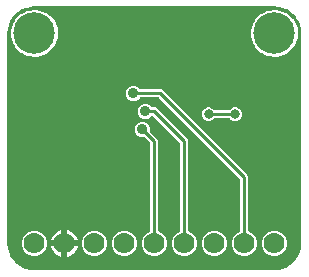
<source format=gbr>
G04 EAGLE Gerber RS-274X export*
G75*
%MOMM*%
%FSLAX34Y34*%
%LPD*%
%INBottom Copper*%
%IPPOS*%
%AMOC8*
5,1,8,0,0,1.08239X$1,22.5*%
G01*
%ADD10C,3.516000*%
%ADD11C,1.778000*%
%ADD12C,0.906400*%
%ADD13C,0.812800*%
%ADD14C,0.254000*%

G36*
X228622Y2543D02*
X228622Y2543D01*
X228700Y2545D01*
X232077Y2810D01*
X232145Y2824D01*
X232214Y2829D01*
X232370Y2869D01*
X238794Y4956D01*
X238901Y5006D01*
X239012Y5050D01*
X239063Y5083D01*
X239082Y5091D01*
X239097Y5104D01*
X239148Y5136D01*
X244612Y9107D01*
X244699Y9188D01*
X244746Y9227D01*
X244752Y9231D01*
X244753Y9232D01*
X244791Y9264D01*
X244829Y9310D01*
X244844Y9324D01*
X244855Y9342D01*
X244893Y9388D01*
X248864Y14852D01*
X248921Y14956D01*
X248985Y15056D01*
X249007Y15113D01*
X249017Y15131D01*
X249022Y15151D01*
X249044Y15206D01*
X251131Y21630D01*
X251144Y21698D01*
X251167Y21764D01*
X251190Y21923D01*
X251455Y25300D01*
X251455Y25304D01*
X251456Y25307D01*
X251455Y25326D01*
X251459Y25400D01*
X251459Y203200D01*
X251457Y203222D01*
X251455Y203300D01*
X251190Y206677D01*
X251176Y206745D01*
X251171Y206814D01*
X251131Y206970D01*
X249044Y213394D01*
X248993Y213501D01*
X248950Y213612D01*
X248917Y213663D01*
X248909Y213682D01*
X248896Y213697D01*
X248864Y213748D01*
X247171Y216078D01*
X247153Y216097D01*
X247139Y216120D01*
X247044Y216213D01*
X246953Y216309D01*
X246931Y216324D01*
X246912Y216342D01*
X246798Y216408D01*
X246792Y216424D01*
X246789Y216451D01*
X246740Y216575D01*
X246697Y216700D01*
X246682Y216722D01*
X246672Y216747D01*
X246586Y216883D01*
X244893Y219213D01*
X244812Y219299D01*
X244736Y219391D01*
X244690Y219429D01*
X244676Y219444D01*
X244658Y219455D01*
X244612Y219493D01*
X239148Y223464D01*
X239044Y223521D01*
X238944Y223585D01*
X238887Y223607D01*
X238869Y223617D01*
X238849Y223622D01*
X238794Y223644D01*
X232370Y225731D01*
X232302Y225744D01*
X232236Y225767D01*
X232077Y225790D01*
X228700Y226055D01*
X228678Y226054D01*
X228600Y226059D01*
X25400Y226059D01*
X25378Y226057D01*
X25300Y226055D01*
X21923Y225790D01*
X21855Y225776D01*
X21786Y225771D01*
X21630Y225731D01*
X18892Y224841D01*
X18867Y224830D01*
X18841Y224824D01*
X18724Y224763D01*
X18604Y224706D01*
X18583Y224689D01*
X18560Y224677D01*
X18462Y224589D01*
X18445Y224588D01*
X18418Y224593D01*
X18286Y224585D01*
X18153Y224583D01*
X18127Y224575D01*
X18101Y224574D01*
X17945Y224534D01*
X15206Y223644D01*
X15099Y223594D01*
X14988Y223550D01*
X14937Y223517D01*
X14918Y223509D01*
X14903Y223496D01*
X14852Y223464D01*
X9388Y219493D01*
X9301Y219412D01*
X9209Y219336D01*
X9171Y219290D01*
X9156Y219276D01*
X9145Y219258D01*
X9107Y219212D01*
X5136Y213748D01*
X5079Y213644D01*
X5015Y213544D01*
X4993Y213487D01*
X4983Y213469D01*
X4978Y213449D01*
X4956Y213394D01*
X2869Y206970D01*
X2856Y206902D01*
X2833Y206836D01*
X2810Y206677D01*
X2545Y203300D01*
X2546Y203278D01*
X2541Y203200D01*
X2541Y25400D01*
X2543Y25378D01*
X2545Y25300D01*
X2810Y21923D01*
X2824Y21855D01*
X2829Y21786D01*
X2869Y21630D01*
X4956Y15206D01*
X5006Y15099D01*
X5050Y14988D01*
X5083Y14937D01*
X5091Y14918D01*
X5104Y14903D01*
X5136Y14852D01*
X9107Y9388D01*
X9127Y9366D01*
X9138Y9348D01*
X9184Y9305D01*
X9188Y9301D01*
X9264Y9209D01*
X9310Y9171D01*
X9324Y9156D01*
X9342Y9145D01*
X9388Y9107D01*
X14596Y5322D01*
X14852Y5136D01*
X14956Y5079D01*
X15056Y5015D01*
X15113Y4993D01*
X15131Y4983D01*
X15151Y4978D01*
X15206Y4956D01*
X21630Y2869D01*
X21698Y2856D01*
X21764Y2833D01*
X21923Y2810D01*
X25300Y2545D01*
X25322Y2546D01*
X25400Y2541D01*
X228600Y2541D01*
X228622Y2543D01*
G37*
%LPC*%
G36*
X201078Y14731D02*
X201078Y14731D01*
X197157Y16355D01*
X194155Y19357D01*
X192531Y23278D01*
X192531Y27522D01*
X194155Y31443D01*
X197157Y34445D01*
X199114Y35255D01*
X199139Y35270D01*
X199167Y35279D01*
X199277Y35348D01*
X199390Y35413D01*
X199411Y35433D01*
X199436Y35449D01*
X199525Y35544D01*
X199618Y35634D01*
X199634Y35659D01*
X199654Y35681D01*
X199717Y35794D01*
X199785Y35905D01*
X199793Y35933D01*
X199808Y35959D01*
X199840Y36085D01*
X199878Y36209D01*
X199880Y36239D01*
X199887Y36267D01*
X199897Y36428D01*
X199897Y79386D01*
X199885Y79484D01*
X199882Y79583D01*
X199865Y79642D01*
X199857Y79702D01*
X199821Y79794D01*
X199793Y79889D01*
X199763Y79941D01*
X199740Y79997D01*
X199682Y80077D01*
X199632Y80163D01*
X199566Y80238D01*
X199554Y80255D01*
X199544Y80263D01*
X199526Y80284D01*
X131084Y148726D01*
X131005Y148786D01*
X130933Y148854D01*
X130880Y148883D01*
X130832Y148920D01*
X130741Y148960D01*
X130655Y149008D01*
X130596Y149023D01*
X130541Y149047D01*
X130443Y149062D01*
X130347Y149087D01*
X130247Y149093D01*
X130226Y149097D01*
X130214Y149095D01*
X130186Y149097D01*
X115368Y149097D01*
X115270Y149085D01*
X115171Y149082D01*
X115112Y149065D01*
X115052Y149057D01*
X114960Y149021D01*
X114865Y148993D01*
X114813Y148963D01*
X114757Y148940D01*
X114677Y148882D01*
X114591Y148832D01*
X114516Y148766D01*
X114499Y148754D01*
X114491Y148744D01*
X114470Y148726D01*
X112795Y147050D01*
X110475Y146089D01*
X107965Y146089D01*
X105645Y147050D01*
X103870Y148825D01*
X102909Y151145D01*
X102909Y153655D01*
X103870Y155975D01*
X105645Y157750D01*
X107965Y158711D01*
X110475Y158711D01*
X112795Y157750D01*
X114470Y156074D01*
X114549Y156014D01*
X114621Y155946D01*
X114674Y155917D01*
X114722Y155880D01*
X114813Y155840D01*
X114899Y155792D01*
X114958Y155777D01*
X115013Y155753D01*
X115111Y155738D01*
X115207Y155713D01*
X115307Y155707D01*
X115327Y155703D01*
X115340Y155705D01*
X115368Y155703D01*
X133448Y155703D01*
X206503Y82648D01*
X206503Y36428D01*
X206506Y36399D01*
X206504Y36369D01*
X206526Y36241D01*
X206543Y36112D01*
X206553Y36085D01*
X206558Y36056D01*
X206612Y35937D01*
X206660Y35817D01*
X206677Y35793D01*
X206689Y35766D01*
X206770Y35664D01*
X206846Y35559D01*
X206869Y35540D01*
X206888Y35517D01*
X206991Y35439D01*
X207091Y35356D01*
X207118Y35344D01*
X207142Y35326D01*
X207286Y35255D01*
X209243Y34445D01*
X212245Y31443D01*
X213869Y27522D01*
X213869Y23278D01*
X212245Y19357D01*
X209243Y16355D01*
X205322Y14731D01*
X201078Y14731D01*
G37*
%LPD*%
%LPC*%
G36*
X150278Y14731D02*
X150278Y14731D01*
X146357Y16355D01*
X143355Y19357D01*
X141731Y23278D01*
X141731Y27522D01*
X143355Y31443D01*
X146357Y34445D01*
X148314Y35255D01*
X148339Y35270D01*
X148367Y35279D01*
X148477Y35348D01*
X148590Y35413D01*
X148611Y35433D01*
X148636Y35449D01*
X148725Y35544D01*
X148818Y35634D01*
X148834Y35659D01*
X148854Y35681D01*
X148917Y35794D01*
X148985Y35905D01*
X148993Y35933D01*
X149008Y35959D01*
X149040Y36085D01*
X149078Y36209D01*
X149080Y36239D01*
X149087Y36267D01*
X149097Y36428D01*
X149097Y109866D01*
X149085Y109964D01*
X149082Y110063D01*
X149065Y110122D01*
X149057Y110182D01*
X149021Y110274D01*
X148993Y110369D01*
X148963Y110421D01*
X148940Y110477D01*
X148882Y110557D01*
X148832Y110643D01*
X148766Y110718D01*
X148754Y110735D01*
X148744Y110743D01*
X148726Y110764D01*
X126214Y133275D01*
X126120Y133348D01*
X126031Y133427D01*
X125995Y133445D01*
X125963Y133470D01*
X125854Y133517D01*
X125748Y133571D01*
X125709Y133580D01*
X125671Y133596D01*
X125554Y133615D01*
X125438Y133641D01*
X125397Y133640D01*
X125357Y133646D01*
X125239Y133635D01*
X125120Y133631D01*
X125081Y133620D01*
X125041Y133616D01*
X124929Y133576D01*
X124814Y133543D01*
X124779Y133522D01*
X124741Y133508D01*
X124643Y133442D01*
X124540Y133381D01*
X124495Y133341D01*
X124478Y133330D01*
X124465Y133315D01*
X124419Y133275D01*
X122955Y131810D01*
X120635Y130849D01*
X118125Y130849D01*
X115805Y131810D01*
X114030Y133585D01*
X113069Y135905D01*
X113069Y138415D01*
X114030Y140735D01*
X115805Y142510D01*
X118125Y143471D01*
X120635Y143471D01*
X122955Y142510D01*
X124630Y140834D01*
X124709Y140774D01*
X124781Y140706D01*
X124834Y140677D01*
X124882Y140640D01*
X124973Y140600D01*
X125059Y140552D01*
X125118Y140537D01*
X125173Y140513D01*
X125271Y140498D01*
X125367Y140473D01*
X125467Y140467D01*
X125487Y140463D01*
X125500Y140465D01*
X125528Y140463D01*
X128368Y140463D01*
X155703Y113128D01*
X155703Y36428D01*
X155706Y36399D01*
X155704Y36369D01*
X155726Y36241D01*
X155743Y36112D01*
X155753Y36085D01*
X155758Y36056D01*
X155812Y35937D01*
X155860Y35817D01*
X155877Y35793D01*
X155889Y35766D01*
X155970Y35664D01*
X156046Y35559D01*
X156069Y35540D01*
X156088Y35517D01*
X156191Y35439D01*
X156291Y35356D01*
X156318Y35344D01*
X156342Y35326D01*
X156486Y35255D01*
X158443Y34445D01*
X161445Y31443D01*
X163069Y27522D01*
X163069Y23278D01*
X161445Y19357D01*
X158443Y16355D01*
X154522Y14731D01*
X150278Y14731D01*
G37*
%LPD*%
%LPC*%
G36*
X19179Y184053D02*
X19179Y184053D01*
X14530Y186737D01*
X14527Y186738D01*
X14525Y186740D01*
X14402Y186800D01*
X14301Y186867D01*
X14292Y186874D01*
X14288Y186876D01*
X14280Y186881D01*
X11929Y188239D01*
X9184Y192016D01*
X9171Y192030D01*
X9161Y192047D01*
X9055Y192168D01*
X8982Y192241D01*
X8962Y192275D01*
X8937Y192340D01*
X8850Y192476D01*
X7008Y195011D01*
X6158Y199013D01*
X6146Y199047D01*
X6141Y199082D01*
X6089Y199235D01*
X6041Y199349D01*
X6041Y199427D01*
X6035Y199479D01*
X6037Y199531D01*
X6014Y199691D01*
X5268Y203200D01*
X6014Y206709D01*
X6018Y206762D01*
X6031Y206812D01*
X6041Y206973D01*
X6041Y207051D01*
X6089Y207165D01*
X6098Y207200D01*
X6114Y207232D01*
X6158Y207387D01*
X7008Y211389D01*
X8850Y213924D01*
X8884Y213985D01*
X8925Y214040D01*
X8986Y214163D01*
X9055Y214232D01*
X9067Y214248D01*
X9082Y214260D01*
X9184Y214384D01*
X11929Y218161D01*
X14280Y219519D01*
X14349Y219571D01*
X14379Y219589D01*
X14381Y219589D01*
X14383Y219591D01*
X14385Y219591D01*
X14530Y219663D01*
X18972Y222228D01*
X18993Y222244D01*
X19017Y222255D01*
X19119Y222340D01*
X19166Y222375D01*
X19203Y222368D01*
X19229Y222369D01*
X19256Y222365D01*
X19416Y222372D01*
X27504Y223222D01*
X35466Y220635D01*
X41687Y215034D01*
X45092Y207386D01*
X45092Y199014D01*
X41687Y191366D01*
X35466Y185765D01*
X27504Y183178D01*
X19179Y184053D01*
G37*
%LPD*%
%LPC*%
G36*
X222379Y184053D02*
X222379Y184053D01*
X217730Y186737D01*
X217727Y186738D01*
X217725Y186740D01*
X217602Y186800D01*
X217501Y186868D01*
X217492Y186874D01*
X217488Y186876D01*
X217480Y186881D01*
X215129Y188239D01*
X212384Y192016D01*
X212371Y192030D01*
X212361Y192047D01*
X212255Y192168D01*
X212182Y192241D01*
X212162Y192275D01*
X212137Y192340D01*
X212050Y192476D01*
X210208Y195011D01*
X209358Y199013D01*
X209346Y199047D01*
X209341Y199082D01*
X209289Y199235D01*
X209241Y199349D01*
X209241Y199427D01*
X209235Y199479D01*
X209237Y199531D01*
X209214Y199691D01*
X208468Y203200D01*
X209214Y206709D01*
X209218Y206762D01*
X209231Y206812D01*
X209241Y206973D01*
X209241Y207051D01*
X209289Y207165D01*
X209298Y207200D01*
X209314Y207232D01*
X209358Y207387D01*
X210208Y211389D01*
X212050Y213924D01*
X212084Y213985D01*
X212125Y214040D01*
X212186Y214163D01*
X212255Y214232D01*
X212267Y214248D01*
X212282Y214260D01*
X212384Y214384D01*
X215129Y218161D01*
X217480Y219519D01*
X217549Y219571D01*
X217579Y219589D01*
X217581Y219589D01*
X217583Y219591D01*
X217585Y219591D01*
X217730Y219663D01*
X222379Y222347D01*
X230704Y223222D01*
X238666Y220635D01*
X244710Y215193D01*
X244732Y215178D01*
X244750Y215159D01*
X244862Y215087D01*
X244910Y215054D01*
X244914Y215017D01*
X244924Y214992D01*
X244929Y214966D01*
X244985Y214815D01*
X248292Y207386D01*
X248292Y199014D01*
X244887Y191366D01*
X238666Y185765D01*
X230704Y183178D01*
X222379Y184053D01*
G37*
%LPD*%
%LPC*%
G36*
X124878Y14731D02*
X124878Y14731D01*
X120957Y16355D01*
X117955Y19357D01*
X116331Y23278D01*
X116331Y27522D01*
X117955Y31443D01*
X120957Y34445D01*
X122914Y35255D01*
X122939Y35270D01*
X122967Y35279D01*
X123077Y35348D01*
X123190Y35413D01*
X123211Y35433D01*
X123236Y35449D01*
X123325Y35544D01*
X123418Y35634D01*
X123434Y35659D01*
X123454Y35681D01*
X123517Y35794D01*
X123585Y35905D01*
X123593Y35933D01*
X123608Y35959D01*
X123640Y36085D01*
X123678Y36209D01*
X123680Y36239D01*
X123687Y36267D01*
X123697Y36428D01*
X123697Y109866D01*
X123685Y109964D01*
X123682Y110063D01*
X123665Y110122D01*
X123657Y110182D01*
X123621Y110274D01*
X123593Y110369D01*
X123563Y110421D01*
X123540Y110477D01*
X123482Y110557D01*
X123432Y110643D01*
X123366Y110718D01*
X123354Y110735D01*
X123344Y110743D01*
X123326Y110764D01*
X118852Y115238D01*
X118773Y115298D01*
X118701Y115366D01*
X118648Y115395D01*
X118600Y115432D01*
X118509Y115472D01*
X118423Y115520D01*
X118364Y115535D01*
X118309Y115559D01*
X118211Y115574D01*
X118115Y115599D01*
X118015Y115605D01*
X117994Y115609D01*
X117982Y115607D01*
X117954Y115609D01*
X115585Y115609D01*
X113265Y116570D01*
X111490Y118345D01*
X110529Y120665D01*
X110529Y123175D01*
X111490Y125495D01*
X113265Y127270D01*
X115585Y128231D01*
X118095Y128231D01*
X120415Y127270D01*
X122190Y125495D01*
X123151Y123175D01*
X123151Y120806D01*
X123163Y120708D01*
X123166Y120609D01*
X123183Y120550D01*
X123191Y120490D01*
X123227Y120398D01*
X123255Y120303D01*
X123285Y120251D01*
X123308Y120195D01*
X123366Y120115D01*
X123416Y120029D01*
X123482Y119954D01*
X123494Y119937D01*
X123504Y119929D01*
X123522Y119908D01*
X130303Y113128D01*
X130303Y36428D01*
X130306Y36399D01*
X130304Y36369D01*
X130326Y36241D01*
X130343Y36112D01*
X130353Y36085D01*
X130358Y36056D01*
X130412Y35937D01*
X130460Y35817D01*
X130477Y35793D01*
X130489Y35766D01*
X130570Y35664D01*
X130646Y35559D01*
X130669Y35540D01*
X130688Y35517D01*
X130791Y35439D01*
X130891Y35356D01*
X130918Y35344D01*
X130942Y35326D01*
X131086Y35255D01*
X133043Y34445D01*
X136045Y31443D01*
X137669Y27522D01*
X137669Y23278D01*
X136045Y19357D01*
X133043Y16355D01*
X129122Y14731D01*
X124878Y14731D01*
G37*
%LPD*%
%LPC*%
G36*
X226478Y14731D02*
X226478Y14731D01*
X222557Y16355D01*
X219555Y19357D01*
X217931Y23278D01*
X217931Y27522D01*
X219555Y31443D01*
X222557Y34445D01*
X226478Y36069D01*
X230722Y36069D01*
X234643Y34445D01*
X237645Y31443D01*
X239269Y27522D01*
X239269Y23278D01*
X237645Y19357D01*
X234643Y16355D01*
X230722Y14731D01*
X226478Y14731D01*
G37*
%LPD*%
%LPC*%
G36*
X175678Y14731D02*
X175678Y14731D01*
X171757Y16355D01*
X168755Y19357D01*
X167131Y23278D01*
X167131Y27522D01*
X168755Y31443D01*
X171757Y34445D01*
X175678Y36069D01*
X179922Y36069D01*
X183843Y34445D01*
X186845Y31443D01*
X188469Y27522D01*
X188469Y23278D01*
X186845Y19357D01*
X183843Y16355D01*
X179922Y14731D01*
X175678Y14731D01*
G37*
%LPD*%
%LPC*%
G36*
X99478Y14731D02*
X99478Y14731D01*
X95557Y16355D01*
X92555Y19357D01*
X90931Y23278D01*
X90931Y27522D01*
X92555Y31443D01*
X95557Y34445D01*
X99478Y36069D01*
X103722Y36069D01*
X107643Y34445D01*
X110645Y31443D01*
X112269Y27522D01*
X112269Y23278D01*
X110645Y19357D01*
X107643Y16355D01*
X103722Y14731D01*
X99478Y14731D01*
G37*
%LPD*%
%LPC*%
G36*
X74078Y14731D02*
X74078Y14731D01*
X70157Y16355D01*
X67155Y19357D01*
X65531Y23278D01*
X65531Y27522D01*
X67155Y31443D01*
X70157Y34445D01*
X74078Y36069D01*
X78322Y36069D01*
X82243Y34445D01*
X85245Y31443D01*
X86869Y27522D01*
X86869Y23278D01*
X85245Y19357D01*
X82243Y16355D01*
X78322Y14731D01*
X74078Y14731D01*
G37*
%LPD*%
%LPC*%
G36*
X23278Y14731D02*
X23278Y14731D01*
X19357Y16355D01*
X16355Y19357D01*
X14731Y23278D01*
X14731Y27522D01*
X16355Y31443D01*
X19357Y34445D01*
X23278Y36069D01*
X27522Y36069D01*
X31443Y34445D01*
X34445Y31443D01*
X36069Y27522D01*
X36069Y23278D01*
X34445Y19357D01*
X31443Y16355D01*
X27522Y14731D01*
X23278Y14731D01*
G37*
%LPD*%
%LPC*%
G36*
X171688Y128777D02*
X171688Y128777D01*
X169540Y129667D01*
X167897Y131310D01*
X167007Y133458D01*
X167007Y135782D01*
X167897Y137930D01*
X169540Y139573D01*
X171688Y140463D01*
X174012Y140463D01*
X176160Y139573D01*
X177438Y138294D01*
X177517Y138234D01*
X177589Y138166D01*
X177642Y138137D01*
X177690Y138100D01*
X177781Y138060D01*
X177867Y138012D01*
X177926Y137997D01*
X177982Y137973D01*
X178079Y137958D01*
X178175Y137933D01*
X178275Y137927D01*
X178296Y137923D01*
X178308Y137925D01*
X178336Y137923D01*
X190094Y137923D01*
X190192Y137935D01*
X190291Y137938D01*
X190350Y137955D01*
X190410Y137963D01*
X190502Y137999D01*
X190597Y138027D01*
X190649Y138057D01*
X190705Y138080D01*
X190785Y138138D01*
X190871Y138188D01*
X190946Y138254D01*
X190963Y138266D01*
X190970Y138276D01*
X190992Y138294D01*
X192270Y139573D01*
X194418Y140463D01*
X196742Y140463D01*
X198890Y139573D01*
X200533Y137930D01*
X201423Y135782D01*
X201423Y133458D01*
X200533Y131310D01*
X198890Y129667D01*
X196742Y128777D01*
X194418Y128777D01*
X192270Y129667D01*
X190992Y130946D01*
X190913Y131006D01*
X190841Y131074D01*
X190788Y131103D01*
X190740Y131140D01*
X190649Y131180D01*
X190563Y131228D01*
X190504Y131243D01*
X190448Y131267D01*
X190351Y131282D01*
X190255Y131307D01*
X190155Y131313D01*
X190134Y131317D01*
X190122Y131315D01*
X190094Y131317D01*
X178336Y131317D01*
X178238Y131305D01*
X178139Y131302D01*
X178080Y131285D01*
X178020Y131277D01*
X177928Y131241D01*
X177833Y131213D01*
X177781Y131183D01*
X177725Y131160D01*
X177645Y131102D01*
X177559Y131052D01*
X177484Y130986D01*
X177467Y130974D01*
X177460Y130964D01*
X177438Y130946D01*
X176160Y129667D01*
X174012Y128777D01*
X171688Y128777D01*
G37*
%LPD*%
%LPC*%
G36*
X53299Y27899D02*
X53299Y27899D01*
X53299Y36577D01*
X53477Y36549D01*
X55188Y35993D01*
X56791Y35177D01*
X58247Y34119D01*
X59519Y32847D01*
X60577Y31391D01*
X61393Y29788D01*
X61949Y28077D01*
X61977Y27899D01*
X53299Y27899D01*
G37*
%LPD*%
%LPC*%
G36*
X39623Y27899D02*
X39623Y27899D01*
X39651Y28077D01*
X40207Y29788D01*
X41023Y31391D01*
X42081Y32847D01*
X43353Y34119D01*
X44809Y35177D01*
X46412Y35993D01*
X48123Y36549D01*
X48301Y36577D01*
X48301Y27899D01*
X39623Y27899D01*
G37*
%LPD*%
%LPC*%
G36*
X53299Y22901D02*
X53299Y22901D01*
X61977Y22901D01*
X61949Y22723D01*
X61393Y21012D01*
X60577Y19409D01*
X59519Y17953D01*
X58247Y16681D01*
X56791Y15623D01*
X55188Y14807D01*
X53477Y14251D01*
X53299Y14223D01*
X53299Y22901D01*
G37*
%LPD*%
%LPC*%
G36*
X48123Y14251D02*
X48123Y14251D01*
X46412Y14807D01*
X44809Y15623D01*
X43353Y16681D01*
X42081Y17953D01*
X41023Y19409D01*
X40207Y21012D01*
X39651Y22723D01*
X39623Y22901D01*
X48301Y22901D01*
X48301Y14223D01*
X48123Y14251D01*
G37*
%LPD*%
D10*
X25400Y203200D03*
X228600Y203200D03*
D11*
X25400Y25400D03*
X50800Y25400D03*
X76200Y25400D03*
X101600Y25400D03*
X127000Y25400D03*
X152400Y25400D03*
X177800Y25400D03*
X203200Y25400D03*
X228600Y25400D03*
D12*
X78740Y203200D03*
X58420Y154940D03*
X208280Y182880D03*
X162560Y160020D03*
D13*
X172850Y134620D03*
X195580Y134620D03*
D14*
X172850Y134620D01*
D12*
X116840Y121920D03*
D14*
X127000Y111760D01*
X127000Y25400D01*
D12*
X119380Y137160D03*
D14*
X127000Y137160D02*
X152400Y111760D01*
X127000Y137160D02*
X119380Y137160D01*
X152400Y111760D02*
X152400Y25400D01*
X203200Y25400D02*
X203200Y81280D01*
X132080Y152400D02*
X109220Y152400D01*
D12*
X109220Y152400D03*
D14*
X132080Y152400D02*
X203200Y81280D01*
M02*

</source>
